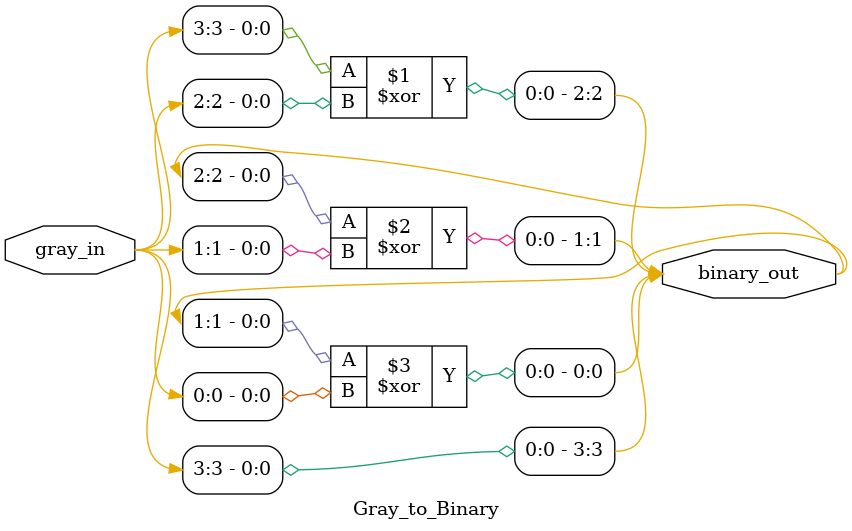
<source format=v>
module Gray_to_Binary (
    input  wire [3:0] gray_in,
    output wire [3:0] binary_out
);

assign binary_out[3] = gray_in[3];
assign binary_out[2] = binary_out[3] ^ gray_in[2]; 
assign binary_out[1] = binary_out[2] ^ gray_in[1]; 
assign binary_out[0] = binary_out[1] ^ gray_in[0]; 

endmodule

</source>
